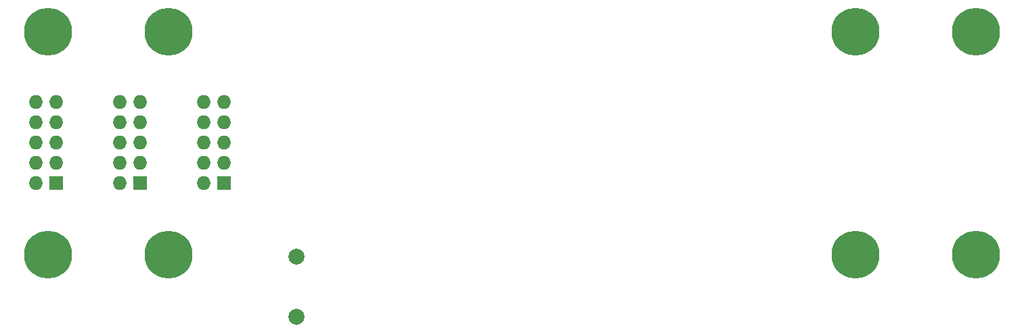
<source format=gbr>
G04 #@! TF.FileFunction,Soldermask,Bot*
%FSLAX46Y46*%
G04 Gerber Fmt 4.6, Leading zero omitted, Abs format (unit mm)*
G04 Created by KiCad (PCBNEW 4.0.5+dfsg1-4) date Tue May 29 15:03:41 2018*
%MOMM*%
%LPD*%
G01*
G04 APERTURE LIST*
%ADD10C,0.100000*%
%ADD11R,1.727200X1.727200*%
%ADD12O,1.727200X1.727200*%
%ADD13C,2.000000*%
%ADD14C,6.000000*%
G04 APERTURE END LIST*
D10*
D11*
X79000000Y-80000000D03*
D12*
X76460000Y-80000000D03*
X79000000Y-77460000D03*
X76460000Y-77460000D03*
X79000000Y-74920000D03*
X76460000Y-74920000D03*
X79000000Y-72380000D03*
X76460000Y-72380000D03*
X79000000Y-69840000D03*
X76460000Y-69840000D03*
D11*
X89500000Y-80000000D03*
D12*
X86960000Y-80000000D03*
X89500000Y-77460000D03*
X86960000Y-77460000D03*
X89500000Y-74920000D03*
X86960000Y-74920000D03*
X89500000Y-72380000D03*
X86960000Y-72380000D03*
X89500000Y-69840000D03*
X86960000Y-69840000D03*
D13*
X109000000Y-89200000D03*
X109000000Y-96800000D03*
D14*
X179000000Y-61000000D03*
X179000000Y-89000000D03*
X78000000Y-61000000D03*
X78000000Y-89000000D03*
X93000000Y-61000000D03*
X194000000Y-61000000D03*
X93000000Y-89000000D03*
X194000000Y-89000000D03*
D11*
X100000000Y-80000000D03*
D12*
X97460000Y-80000000D03*
X100000000Y-77460000D03*
X97460000Y-77460000D03*
X100000000Y-74920000D03*
X97460000Y-74920000D03*
X100000000Y-72380000D03*
X97460000Y-72380000D03*
X100000000Y-69840000D03*
X97460000Y-69840000D03*
M02*

</source>
